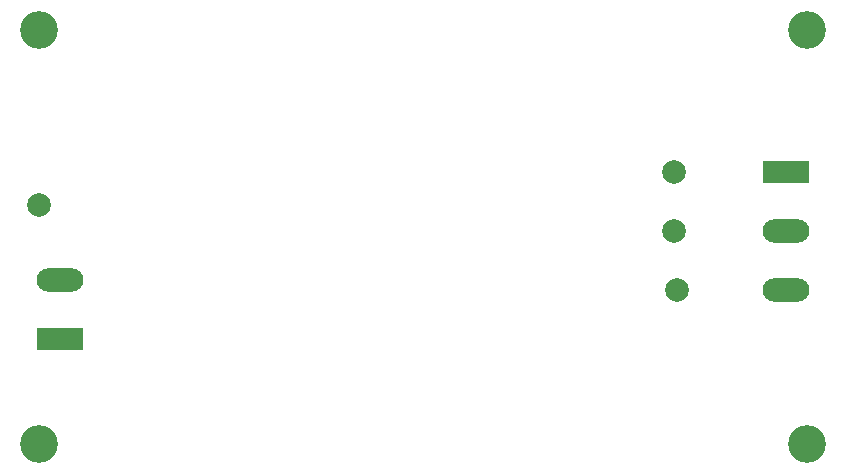
<source format=gbs>
%TF.GenerationSoftware,KiCad,Pcbnew,7.0.7*%
%TF.CreationDate,2023-08-30T15:56:40-04:00*%
%TF.ProjectId,RailSplitter,5261696c-5370-46c6-9974-7465722e6b69,rev?*%
%TF.SameCoordinates,Original*%
%TF.FileFunction,Soldermask,Bot*%
%TF.FilePolarity,Negative*%
%FSLAX46Y46*%
G04 Gerber Fmt 4.6, Leading zero omitted, Abs format (unit mm)*
G04 Created by KiCad (PCBNEW 7.0.7) date 2023-08-30 15:56:40*
%MOMM*%
%LPD*%
G01*
G04 APERTURE LIST*
%ADD10C,3.200000*%
%ADD11C,2.000000*%
%ADD12R,3.960000X1.980000*%
%ADD13O,3.960000X1.980000*%
G04 APERTURE END LIST*
D10*
%TO.C,H4*%
X165000000Y-135000000D03*
%TD*%
%TO.C,H3*%
X100000000Y-135000000D03*
%TD*%
D11*
%TO.C,TP4*%
X154000000Y-122000000D03*
%TD*%
D10*
%TO.C,H2*%
X165000000Y-100000000D03*
%TD*%
D12*
%TO.C,J1*%
X101750000Y-126100000D03*
D13*
X101750000Y-121100000D03*
%TD*%
D11*
%TO.C,TP2*%
X153750000Y-112000000D03*
%TD*%
D12*
%TO.C,J2*%
X163240000Y-111955000D03*
D13*
X163240000Y-116955000D03*
X163240000Y-121955000D03*
%TD*%
D10*
%TO.C,H1*%
X100000000Y-100000000D03*
%TD*%
D11*
%TO.C,TP3*%
X153750000Y-117000000D03*
%TD*%
%TO.C,TP1*%
X100000000Y-114750000D03*
%TD*%
M02*

</source>
